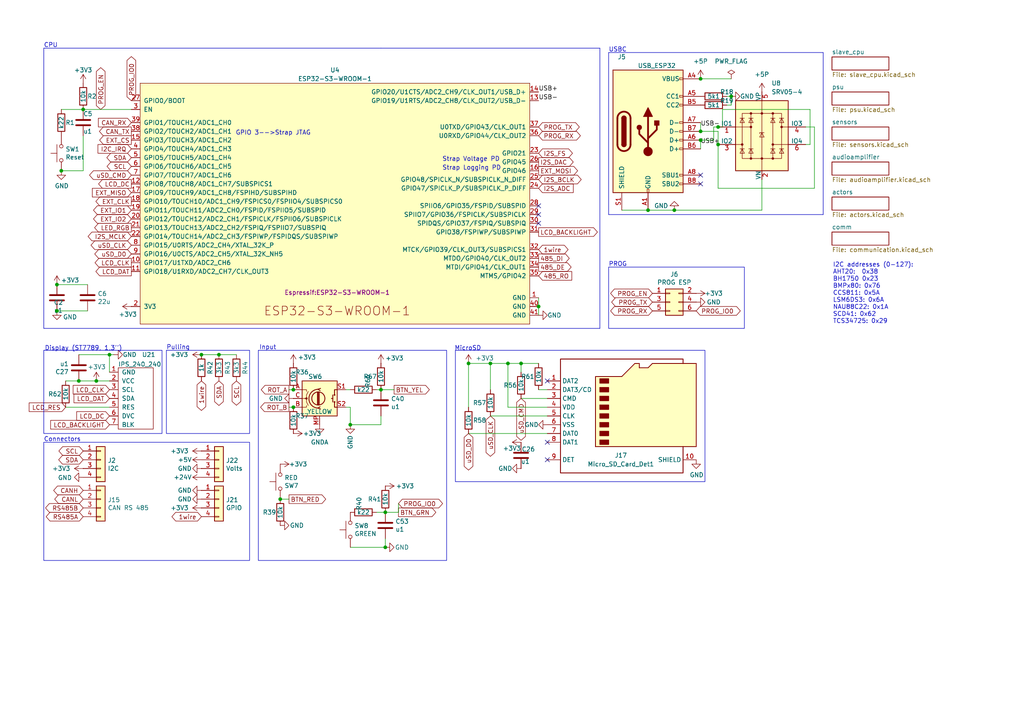
<source format=kicad_sch>
(kicad_sch (version 20231120) (generator "eeschema") (generator_version "8.0")
  (paper "A4")
  (title_block (title "lab@home") (date "2024-08-19") (rev "15.1") (company "Klaus Liebler"))
  (lib_symbols
    (symbol "Connector:Micro_SD_Card_Det1"
      (property "Reference" "J" (at -16.51 17.78 0))
      (property "Value" "Micro_SD_Card_Det1" (at 16.51 17.78 0))
      (symbol "Micro_SD_Card_Det1_1_1"
        (pin bidirectional line (at -22.86 10.16 0) (length 3.81) (name "DAT2") (number "1"))
        (pin passive line (at 20.32 -12.7 180) (length 3.81) (name "SHIELD") (number "10"))
        (pin bidirectional line (at -22.86 7.62 0) (length 3.81) (name "DAT3/CD") (number "2"))
        (pin input line (at -22.86 5.08 0) (length 3.81) (name "CMD") (number "3"))
        (pin power_in line (at -22.86 2.54 0) (length 3.81) (name "VDD") (number "4"))
        (pin input line (at -22.86 0 0) (length 3.81) (name "CLK") (number "5"))
        (pin power_in line (at -22.86 -2.54 0) (length 3.81) (name "VSS") (number "6"))
        (pin bidirectional line (at -22.86 -5.08 0) (length 3.81) (name "DAT0") (number "7"))
        (pin bidirectional line (at -22.86 -7.62 0) (length 3.81) (name "DAT1") (number "8"))
        (pin passive line (at -22.86 -12.7 0) (length 3.81) (name "DET") (number "9"))
      )
    )
    (symbol "Connector:USB_C_Receptacle_USB2.0_16P" (pin_names (offset 1.016))
      (property "Reference" "J" (at 0 22.225 0))
      (property "Value" "USB_C_Receptacle_USB2.0_16P" (at 0 19.685 0))
      (symbol "USB_C_Receptacle_USB2.0_16P_1_1"
        (pin passive line (at 0 -22.86 90) (length 5.08) (name "GND") (number "A1"))
        (pin passive line (at 0 -22.86 90) (length 5.08) hide (name "GND") (number "A12"))
        (pin passive line (at 15.24 15.24 180) (length 5.08) (name "VBUS") (number "A4"))
        (pin bidirectional line (at 15.24 10.16 180) (length 5.08) (name "CC1") (number "A5"))
        (pin bidirectional line (at 15.24 -2.54 180) (length 5.08) (name "D+") (number "A6"))
        (pin bidirectional line (at 15.24 2.54 180) (length 5.08) (name "D-") (number "A7"))
        (pin bidirectional line (at 15.24 -12.7 180) (length 5.08) (name "SBU1") (number "A8"))
        (pin passive line (at 15.24 15.24 180) (length 5.08) hide (name "VBUS") (number "A9"))
        (pin passive line (at 0 -22.86 90) (length 5.08) hide (name "GND") (number "B1"))
        (pin passive line (at 0 -22.86 90) (length 5.08) hide (name "GND") (number "B12"))
        (pin passive line (at 15.24 15.24 180) (length 5.08) hide (name "VBUS") (number "B4"))
        (pin bidirectional line (at 15.24 7.62 180) (length 5.08) (name "CC2") (number "B5"))
        (pin bidirectional line (at 15.24 -5.08 180) (length 5.08) (name "D+") (number "B6"))
        (pin bidirectional line (at 15.24 0 180) (length 5.08) (name "D-") (number "B7"))
        (pin bidirectional line (at 15.24 -15.24 180) (length 5.08) (name "SBU2") (number "B8"))
        (pin passive line (at 15.24 15.24 180) (length 5.08) hide (name "VBUS") (number "B9"))
        (pin passive line (at -7.62 -22.86 90) (length 5.08) (name "SHIELD") (number "S1"))
      )
    )
    (symbol "Connector_Generic:Conn_01x04" (pin_names (offset 1.016) hide)
      (property "Reference" "J" (at 0 5.08 0))
      (property "Value" "Conn_01x04" (at 0 -7.62 0))
      (symbol "Conn_01x04_1_1"
        (pin passive line (at -5.08 2.54 0) (length 3.81) (name "Pin_1") (number "1"))
        (pin passive line (at -5.08 0 0) (length 3.81) (name "Pin_2") (number "2"))
        (pin passive line (at -5.08 -2.54 0) (length 3.81) (name "Pin_3") (number "3"))
        (pin passive line (at -5.08 -5.08 0) (length 3.81) (name "Pin_4") (number "4"))
      )
    )
    (symbol "Connector_Generic:Conn_02x03_Odd_Even" (pin_names (offset 1.016) hide)
      (property "Reference" "J" (at 1.27 5.08 0))
      (property "Value" "Conn_02x03_Odd_Even" (at 1.27 -5.08 0))
      (symbol "Conn_02x03_Odd_Even_1_1"
        (pin passive line (at -5.08 2.54 0) (length 3.81) (name "Pin_1") (number "1"))
        (pin passive line (at 7.62 2.54 180) (length 3.81) (name "Pin_2") (number "2"))
        (pin passive line (at -5.08 0 0) (length 3.81) (name "Pin_3") (number "3"))
        (pin passive line (at 7.62 0 180) (length 3.81) (name "Pin_4") (number "4"))
        (pin passive line (at -5.08 -2.54 0) (length 3.81) (name "Pin_5") (number "5"))
        (pin passive line (at 7.62 -2.54 180) (length 3.81) (name "Pin_6") (number "6"))
      )
    )
    (symbol "Device:C" (pin_numbers hide) (pin_names (offset 0.254))
      (property "Reference" "C" (at 0.635 2.54 0))
      (property "Value" "C" (at 0.635 -2.54 0))
      (symbol "C_1_1"
        (pin passive line (at 0 3.81 270) (length 2.794) (name "~") (number "1"))
        (pin passive line (at 0 -3.81 90) (length 2.794) (name "~") (number "2"))
      )
    )
    (symbol "Device:R" (pin_numbers hide) (pin_names (offset 0))
      (property "Reference" "R" (at 2.032 0 90))
      (property "Value" "R" (at 0 0 90))
      (symbol "R_1_1"
        (pin passive line (at 0 3.81 270) (length 1.27) (name "~") (number "1"))
        (pin passive line (at 0 -3.81 90) (length 1.27) (name "~") (number "2"))
      )
    )
    (symbol "Device:RotaryEncoder_Switch_MP" (pin_names (offset 0.254) hide)
      (property "Reference" "SW" (at 0 8.89 0))
      (property "Value" "RotaryEncoder_Switch_MP" (at 0 6.35 0))
      (symbol "RotaryEncoder_Switch_MP_1_1"
        (pin passive line (at -7.62 2.54 0) (length 2.54) (name "A") (number "A"))
        (pin passive line (at -7.62 -2.54 0) (length 2.54) (name "B") (number "B"))
        (pin passive line (at -7.62 0 0) (length 2.54) (name "C") (number "C"))
        (pin passive line (at 0 -7.62 90) (length 2.54) (name "MP") (number "MP"))
        (pin passive line (at 7.62 2.54 180) (length 2.54) (name "S1") (number "S1"))
        (pin passive line (at 7.62 -2.54 180) (length 2.54) (name "S2") (number "S2"))
      )
    )
    (symbol "Espressif:ESP32-S3-WROOM-1" (pin_names (offset 1.016))
      (property "Reference" "U" (at 0 35.56 0))
      (property "Value" "ESP32-S3-WROOM-1" (at 0 -36.83 0))
      (symbol "ESP32-S3-WROOM-1_0_0"
        (text "ESP32-S3-WROOM-1" (at 0 -31.75 0) (effects (font (size 2.54 2.54))))
        (pin power_in line (at 58.42 -27.94 180) (length 2.54) (name "GND") (number "1"))
        (pin bidirectional line (at -59.69 -17.78 0) (length 2.54) (name "GPIO17/U1TXD/ADC2_CH6") (number "10"))
        (pin bidirectional line (at -59.69 -20.32 0) (length 2.54) (name "GPIO18/U1RXD/ADC2_CH7/CLK_OUT3") (number "11"))
        (pin bidirectional line (at -59.69 5.08 0) (length 2.54) (name "GPIO8/TOUCH8/ADC1_CH7/SUBSPICS1") (number "12"))
        (pin bidirectional line (at 58.42 29.21 180) (length 2.54) (name "GPIO19/U1RTS/ADC2_CH8/CLK_OUT2/USB_D-") (number "13"))
        (pin bidirectional line (at 58.42 31.75 180) (length 2.54) (name "GPIO20/U1CTS/ADC2_CH9/CLK_OUT1/USB_D+") (number "14"))
        (pin bidirectional line (at -59.69 17.78 0) (length 2.54) (name "GPIO3/TOUCH3/ADC1_CH2") (number "15"))
        (pin bidirectional line (at 58.42 8.89 180) (length 2.54) (name "GPIO46") (number "16"))
        (pin bidirectional line (at -59.69 2.54 0) (length 2.54) (name "GPIO9/TOUCH9/ADC1_CH8/FSPIHD/SUBSPIHD") (number "17"))
        (pin bidirectional line (at -59.69 0 0) (length 2.54) (name "GPIO10/TOUCH10/ADC1_CH9/FSPICS0/FSPIIO4/SUBSPICS0") (number "18"))
        (pin bidirectional line (at -59.69 -2.54 0) (length 2.54) (name "GPIO11/TOUCH11/ADC2_CH0/FSPID/FSPIIO5/SUBSPID") (number "19"))
        (pin power_in line (at -59.69 -30.48 0) (length 2.54) (name "3V3") (number "2"))
        (pin bidirectional line (at -59.69 -5.08 0) (length 2.54) (name "GPIO12/TOUCH12/ADC2_CH1/FSPICLK/FSPIIO6/SUBSPICLK") (number "20"))
        (pin bidirectional line (at -59.69 -7.62 0) (length 2.54) (name "GPIO13/TOUCH13/ADC2_CH2/FSPIQ/FSPIIO7/SUBSPIQ") (number "21"))
        (pin bidirectional line (at -59.69 -10.16 0) (length 2.54) (name "GPIO14/TOUCH14/ADC2_CH3/FSPIWP/FSPIDQS/SUBSPIWP") (number "22"))
        (pin bidirectional line (at 58.42 13.97 180) (length 2.54) (name "GPIO21") (number "23"))
        (pin bidirectional line (at 58.42 3.81 180) (length 2.54) (name "GPIO47/SPICLK_P/SUBSPICLK_P_DIFF") (number "24"))
        (pin bidirectional line (at 58.42 6.35 180) (length 2.54) (name "GPIO48/SPICLK_N/SUBSPICLK_N_DIFF") (number "25"))
        (pin bidirectional line (at 58.42 11.43 180) (length 2.54) (name "GPIO45") (number "26"))
        (pin bidirectional line (at -59.69 29.21 0) (length 2.54) (name "GPIO0/BOOT") (number "27"))
        (pin bidirectional line (at 58.42 -1.27 180) (length 2.54) (name "SPIIO6/GPIO35/FSPID/SUBSPID") (number "28"))
        (pin bidirectional line (at 58.42 -3.81 180) (length 2.54) (name "SPIIO7/GPIO36/FSPICLK/SUBSPICLK") (number "29"))
        (pin input line (at -59.69 26.67 0) (length 2.54) (name "EN") (number "3"))
        (pin bidirectional line (at 58.42 -6.35 180) (length 2.54) (name "SPIDQS/GPIO37/FSPIQ/SUBSPIQ") (number "30"))
        (pin bidirectional line (at 58.42 -8.89 180) (length 2.54) (name "GPIO38/FSPIWP/SUBSPIWP") (number "31"))
        (pin bidirectional line (at 58.42 -13.97 180) (length 2.54) (name "MTCK/GPIO39/CLK_OUT3/SUBSPICS1") (number "32"))
        (pin bidirectional line (at 58.42 -16.51 180) (length 2.54) (name "MTDO/GPIO40/CLK_OUT2") (number "33"))
        (pin bidirectional line (at 58.42 -19.05 180) (length 2.54) (name "MTDI/GPIO41/CLK_OUT1") (number "34"))
        (pin bidirectional line (at 58.42 -21.59 180) (length 2.54) (name "MTMS/GPIO42") (number "35"))
        (pin bidirectional line (at 58.42 19.05 180) (length 2.54) (name "U0RXD/GPIO44/CLK_OUT2") (number "36"))
        (pin bidirectional line (at 58.42 21.59 180) (length 2.54) (name "U0TXD/GPIO43/CLK_OUT1") (number "37"))
        (pin bidirectional line (at -59.69 20.32 0) (length 2.54) (name "GPIO2/TOUCH2/ADC1_CH1") (number "38"))
        (pin bidirectional line (at -59.69 22.86 0) (length 2.54) (name "GPIO1/TOUCH1/ADC1_CH0") (number "39"))
        (pin bidirectional line (at -59.69 15.24 0) (length 2.54) (name "GPIO4/TOUCH4/ADC1_CH3") (number "4"))
        (pin power_in line (at 58.42 -30.48 180) (length 2.54) (name "GND") (number "40"))
        (pin power_in line (at 58.42 -33.02 180) (length 2.54) (name "GND") (number "41"))
        (pin bidirectional line (at -59.69 12.7 0) (length 2.54) (name "GPIO5/TOUCH5/ADC1_CH4") (number "5"))
        (pin bidirectional line (at -59.69 10.16 0) (length 2.54) (name "GPIO6/TOUCH6/ADC1_CH5") (number "6"))
        (pin bidirectional line (at -59.69 7.62 0) (length 2.54) (name "GPIO7/TOUCH7/ADC1_CH6") (number "7"))
        (pin bidirectional line (at -59.69 -12.7 0) (length 2.54) (name "GPIO15/U0RTS/ADC2_CH4/XTAL_32K_P") (number "8"))
        (pin bidirectional line (at -59.69 -15.24 0) (length 2.54) (name "GPIO16/U0CTS/ADC2_CH5/XTAL_32K_NH5") (number "9"))
      )
    )
    (symbol "Power_Protection:SRV05-4" (pin_names (offset 0))
      (property "Reference" "U" (at -5.08 11.43 0))
      (property "Value" "SRV05-4" (at 2.54 11.43 0))
      (symbol "SRV05-4_1_1"
        (pin passive line (at -12.7 2.54 0) (length 5.08) (name "IO1") (number "1"))
        (pin passive line (at 0 -12.7 90) (length 2.54) (name "VN") (number "2"))
        (pin passive line (at -12.7 -2.54 0) (length 5.08) (name "IO2") (number "3"))
        (pin passive line (at 12.7 2.54 180) (length 5.08) (name "IO3") (number "4"))
        (pin passive line (at 0 12.7 270) (length 2.54) (name "VP") (number "5"))
        (pin passive line (at 12.7 -2.54 180) (length 5.08) (name "IO4") (number "6"))
      )
    )
    (symbol "Switch:SW_Push" (pin_numbers hide) (pin_names (offset 1.016) hide)
      (property "Reference" "SW" (at 1.27 2.54 0))
      (property "Value" "SW_Push" (at 0 -1.524 0))
      (symbol "SW_Push_0_1"
        (pin passive line (at -5.08 0 0) (length 2.54) (name "1") (number "1"))
        (pin passive line (at 5.08 0 180) (length 2.54) (name "2") (number "2"))
      )
    )
    (symbol "liebler_OPTO:IPS_240_240" (pin_names (offset 1.016))
      (property "Reference" "U" (at -5.08 7.62 0))
      (property "Value" "IPS_240_240" (at -5.08 5.08 0))
      (symbol "IPS_240_240_1_1"
        (pin power_in line (at -7.62 2.54 0) (length 2.54) (name "GND") (number "1"))
        (pin power_in line (at -7.62 0 0) (length 2.54) (name "VCC") (number "2"))
        (pin input line (at -7.62 -2.54 0) (length 2.54) (name "SCL") (number "3"))
        (pin input line (at -7.62 -5.08 0) (length 2.54) (name "SDA") (number "4"))
        (pin input line (at -7.62 -7.62 0) (length 2.54) (name "RES") (number "5"))
        (pin input line (at -7.62 -10.16 0) (length 2.54) (name "DVC") (number "6"))
        (pin input line (at -7.62 -12.7 0) (length 2.54) (name "BLK") (number "7"))
      )
    )
    (symbol "power:+24V" (power) (pin_numbers hide) (pin_names (offset 0) hide)
      (property "Value" "+24V" (at 0 3.556 0))
      (symbol "+24V_1_1"
        (pin power_in line (at 0 0 90) (length 0) (name "~") (number "1"))
      )
    )
    (symbol "power:+3V3" (power) (pin_numbers hide) (pin_names (offset 0) hide)
      (property "Value" "+3V3" (at 0 3.556 0))
      (symbol "+3V3_1_1"
        (pin power_in line (at 0 0 90) (length 0) (name "~") (number "1"))
      )
    )
    (symbol "power:+5P" (power) (pin_numbers hide) (pin_names (offset 0) hide)
      (property "Value" "+5P" (at 0 3.556 0))
      (symbol "+5P_1_1"
        (pin power_in line (at 0 0 90) (length 0) (name "~") (number "1"))
      )
    )
    (symbol "power:+5V" (power) (pin_numbers hide) (pin_names (offset 0) hide)
      (property "Value" "+5V" (at 0 3.556 0))
      (symbol "+5V_1_1"
        (pin power_in line (at 0 0 90) (length 0) (name "~") (number "1"))
      )
    )
    (symbol "power:GND" (power) (pin_numbers hide) (pin_names (offset 0) hide)
      (property "Value" "GND" (at 0 -3.81 0))
      (symbol "GND_1_1"
        (pin power_in line (at 0 0 270) (length 0) (name "~") (number "1"))
      )
    )
    (symbol "power:GNDA" (power) (pin_numbers hide) (pin_names (offset 0) hide)
      (property "Value" "GNDA" (at 0 -3.81 0))
      (symbol "GNDA_1_1"
        (pin power_in line (at 0 0 270) (length 0) (name "~") (number "1"))
      )
    )
    (symbol "power:PWR_FLAG" (power) (pin_numbers hide) (pin_names (offset 0) hide)
      (property "Value" "PWR_FLAG" (at 0 3.81 0))
      (symbol "PWR_FLAG_0_0"
        (pin power_out line (at 0 0 90) (length 0) (name "~") (number "1"))
      )
    )
  )
  (junction (at 16.51 82.55))
  (junction (at 203.2 40.64))
  (junction (at 17.78 49.53))
  (junction (at 111.76 148.59))
  (junction (at 156.21 88.9))
  (junction (at 208.28 36.83))
  (junction (at 16.51 90.17))
  (junction (at 81.28 144.78))
  (junction (at 63.5 102.87))
  (junction (at 31.75 102.87))
  (junction (at 212.09 27.94))
  (junction (at 187.96 60.96))
  (junction (at 195.58 60.96))
  (junction (at 101.6 123.19))
  (junction (at 203.2 38.1))
  (junction (at 208.28 41.91))
  (junction (at 142.24 105.41))
  (junction (at 24.13 31.75))
  (junction (at 203.2 22.86))
  (junction (at 151.13 105.41))
  (junction (at 110.49 113.03))
  (junction (at 147.32 105.41))
  (junction (at 85.09 113.03))
  (junction (at 85.09 118.11))
  (junction (at 111.76 158.75))
  (junction (at 27.94 110.49))
  (junction (at 22.86 110.49))
  (junction (at 58.42 102.87))
  (junction (at 135.89 105.41))
  (no_connect (at 156.21 62.23))
  (no_connect (at 158.75 110.49))
  (no_connect (at 156.21 59.69))
  (no_connect (at 156.21 64.77))
  (no_connect (at 158.75 128.27))
  (no_connect (at 203.2 53.34))
  (no_connect (at 158.75 133.35))
  (no_connect (at 203.2 50.8))
  (polyline (pts (xy 12.7 13.97) (xy 12.7 95.25)))
  (wire (pts (xy 109.22 113.03) (xy 110.49 113.03)))
  (wire (pts (xy 31.75 102.87) (xy 33.02 102.87)))
  (wire (pts (xy 234.95 41.91) (xy 233.68 41.91)))
  (wire (pts (xy 180.34 60.96) (xy 187.96 60.96)))
  (wire (pts (xy 151.13 115.57) (xy 158.75 115.57)))
  (wire (pts (xy 142.24 113.03) (xy 142.24 105.41)))
  (wire (pts (xy 63.5 102.87) (xy 68.58 102.87)))
  (wire (pts (xy 19.05 110.49) (xy 22.86 110.49)))
  (wire (pts (xy 203.2 40.64) (xy 207.01 40.64)))
  (wire (pts (xy 135.89 105.41) (xy 142.24 105.41)))
  (wire (pts (xy 17.78 31.75) (xy 24.13 31.75)))
  (wire (pts (xy 220.98 52.07) (xy 220.98 60.96)))
  (wire (pts (xy 151.13 105.41) (xy 151.13 107.95)))
  (polyline (pts (xy 173.99 13.97) (xy 173.99 95.25)))
  (wire (pts (xy 101.6 118.11) (xy 100.33 118.11)))
  (wire (pts (xy 25.4 82.55) (xy 16.51 82.55)))
  (wire (pts (xy 147.32 118.11) (xy 147.32 105.41)))
  (wire (pts (xy 208.28 36.83) (xy 209.55 36.83)))
  (wire (pts (xy 147.32 118.11) (xy 158.75 118.11)))
  (wire (pts (xy 151.13 105.41) (xy 156.21 105.41)))
  (wire (pts (xy 212.09 27.94) (xy 212.09 30.48)))
  (wire (pts (xy 85.09 113.03) (xy 83.82 113.03)))
  (wire (pts (xy 24.13 31.75) (xy 38.1 31.75)))
  (wire (pts (xy 195.58 60.96) (xy 220.98 60.96)))
  (wire (pts (xy 212.09 30.48) (xy 210.82 30.48)))
  (wire (pts (xy 203.2 40.64) (xy 203.2 43.18)))
  (wire (pts (xy 209.55 31.75) (xy 234.95 31.75)))
  (wire (pts (xy 22.86 102.87) (xy 31.75 102.87)))
  (wire (pts (xy 234.95 31.75) (xy 234.95 41.91)))
  (wire (pts (xy 209.55 36.83) (xy 209.55 31.75)))
  (wire (pts (xy 142.24 120.65) (xy 158.75 120.65)))
  (wire (pts (xy 22.86 110.49) (xy 27.94 110.49)))
  (wire (pts (xy 85.09 118.11) (xy 83.82 118.11)))
  (wire (pts (xy 100.33 113.03) (xy 101.6 113.03)))
  (wire (pts (xy 156.21 86.36) (xy 156.21 88.9)))
  (wire (pts (xy 19.05 118.11) (xy 31.75 118.11)))
  (polyline (pts (xy 238.76 15.24) (xy 238.76 62.23)))
  (wire (pts (xy 24.13 39.37) (xy 24.13 49.53)))
  (wire (pts (xy 208.28 54.61) (xy 236.22 54.61)))
  (polyline (pts (xy 110.49 13.97) (xy 173.99 13.97)))
  (wire (pts (xy 110.49 113.03) (xy 114.3 113.03)))
  (wire (pts (xy 25.4 90.17) (xy 16.51 90.17)))
  (wire (pts (xy 156.21 88.9) (xy 156.21 91.44)))
  (wire (pts (xy 208.28 38.1) (xy 208.28 41.91)))
  (polyline (pts (xy 238.76 62.23) (xy 176.53 62.23)))
  (wire (pts (xy 156.21 113.03) (xy 158.75 113.03)))
  (wire (pts (xy 236.22 36.83) (xy 233.68 36.83)))
  (polyline (pts (xy 12.7 13.97) (xy 110.49 13.97)))
  (wire (pts (xy 101.6 158.75) (xy 111.76 158.75)))
  (polyline (pts (xy 12.7 95.25) (xy 173.99 95.25)))
  (wire (pts (xy 207.01 40.64) (xy 207.01 36.83)))
  (wire (pts (xy 207.01 36.83) (xy 208.28 36.83)))
  (polyline (pts (xy 12.7 13.97) (xy 12.7 13.97)))
  (wire (pts (xy 111.76 156.21) (xy 111.76 158.75)))
  (wire (pts (xy 111.76 148.59) (xy 115.57 148.59)))
  (wire (pts (xy 109.22 148.59) (xy 111.76 148.59)))
  (wire (pts (xy 187.96 60.96) (xy 195.58 60.96)))
  (polyline (pts (xy 176.53 15.24) (xy 238.76 15.24)))
  (wire (pts (xy 135.89 118.11) (xy 135.89 105.41)))
  (wire (pts (xy 24.13 49.53) (xy 17.78 49.53)))
  (wire (pts (xy 110.49 120.65) (xy 110.49 123.19)))
  (wire (pts (xy 101.6 118.11) (xy 101.6 123.19)))
  (wire (pts (xy 203.2 38.1) (xy 208.28 38.1)))
  (wire (pts (xy 208.28 41.91) (xy 208.28 54.61)))
  (wire (pts (xy 81.28 144.78) (xy 83.82 144.78)))
  (wire (pts (xy 203.2 22.86) (xy 212.09 22.86)))
  (wire (pts (xy 147.32 105.41) (xy 151.13 105.41)))
  (wire (pts (xy 210.82 27.94) (xy 212.09 27.94)))
  (wire (pts (xy 101.6 123.19) (xy 110.49 123.19)))
  (wire (pts (xy 31.75 102.87) (xy 31.75 107.95)))
  (wire (pts (xy 142.24 105.41) (xy 147.32 105.41)))
  (polyline (pts (xy 176.53 15.24) (xy 176.53 62.23)))
  (wire (pts (xy 236.22 54.61) (xy 236.22 36.83)))
  (wire (pts (xy 115.57 146.05) (xy 115.57 148.59)))
  (wire (pts (xy 27.94 110.49) (xy 31.75 110.49)))
  (wire (pts (xy 135.89 125.73) (xy 158.75 125.73)))
  (wire (pts (xy 203.2 35.56) (xy 203.2 38.1)))
  (wire (pts (xy 58.42 102.87) (xy 63.5 102.87)))
  (rectangle (start 176.53 77.47) (end 215.9 95.25))
  (rectangle (start 74.93 101.6) (end 129.54 162.56))
  (rectangle (start 12.7 128.27) (end 72.39 162.56))
  (rectangle (start 12.7 101.6) (end 46.99 125.73))
  (rectangle (start 48.26 101.6) (end 72.39 125.73))
  (rectangle (start 132.08 101.6) (end 204.47 139.7))
  (text "USBC" (at 176.53 15.24 0) (effects (font (size 1.27 1.27)) (justify left bottom)))
  (text "Connectors" (at 12.7 128.27 0) (effects (font (size 1.27 1.27)) (justify left bottom)))
  (text "I2C addresses (0-127):\nAHT20:  0x38\nBH1750 0x23\nBMPx80: 0x76\nCCS811: 0x5A\nLSM6DS3: 0x6A\nNAU88C22: 0x1A\nSCD41: 0x62\nTCS34725: 0x29\n" (at 241.554 85.09 0) (effects (font (size 1.27 1.27)) (justify left)))
  (text "Pulling" (at 48.26 101.6 0) (effects (font (size 1.27 1.27)) (justify left bottom)))
  (text "GPIO 3-->Strap JTAG" (at 68.326 39.37 0) (effects (font (size 1.27 1.27)) (justify left bottom)))
  (text "Strap Logging PD" (at 128.27 49.53 0) (effects (font (size 1.27 1.27)) (justify left bottom)))
  (text "Input" (at 75.184 101.6 0) (effects (font (size 1.27 1.27)) (justify left bottom)))
  (text "Strap Voltage PD" (at 128.27 46.99 0) (effects (font (size 1.27 1.27)) (justify left bottom)))
  (text "MicroSD" (at 131.826 101.854 0) (effects (font (size 1.27 1.27)) (justify left bottom)))
  (text "CPU" (at 12.7 13.97 0) (effects (font (size 1.27 1.27)) (justify left bottom)))
  (text "PROG" (at 176.53 77.47 0) (effects (font (size 1.27 1.27)) (justify left bottom)))
  (text "Display (ST7789, 1,3'')" (at 12.954 101.854 0) (effects (font (size 1.27 1.27)) (justify left bottom)))
  (label "USB+" (at 156.21 26.67 0))
  (label "USB+" (at 203.2 41.91 0))
  (label "USB-" (at 156.21 29.21 0))
  (label "USB-" (at 203.2 36.83 0))
  (global_label "uSD_CLK" (shape bidirectional) (at 38.1 71.12 180) (property "Intersheetrefs" "${INTERSHEET_REFS}" (effects (hide yes))))
  (global_label "EXT_IO2" (shape bidirectional) (at 38.1 63.5 180) (property "Intersheetrefs" "${INTERSHEET_REFS}" (effects (hide yes))))
  (global_label "1wire" (shape bidirectional) (at 58.42 110.49 270) (property "Intersheetrefs" "${INTERSHEET_REFS}" (effects (hide yes))))
  (global_label "485_DI" (shape output) (at 156.21 74.93 0) (property "Intersheetrefs" "${INTERSHEET_REFS}" (effects (hide yes))))
  (global_label "SCL" (shape bidirectional) (at 68.58 110.49 270) (property "Intersheetrefs" "${INTERSHEET_REFS}" (effects (hide yes))))
  (global_label "SDA" (shape bidirectional) (at 63.5 110.49 270) (property "Intersheetrefs" "${INTERSHEET_REFS}" (effects (hide yes))))
  (global_label "I2S_DAC" (shape output) (at 156.21 46.99 0) (property "Intersheetrefs" "${INTERSHEET_REFS}" (effects (hide yes))))
  (global_label "I2S_BCLK" (shape bidirectional) (at 156.21 52.07 0) (property "Intersheetrefs" "${INTERSHEET_REFS}" (effects (hide yes))))
  (global_label "RS485B" (shape bidirectional) (at 24.13 147.32 180) (property "Intersheetrefs" "${INTERSHEET_REFS}" (effects (hide yes))))
  (global_label "SCL" (shape bidirectional) (at 24.13 130.81 180) (property "Intersheetrefs" "${INTERSHEET_REFS}" (effects (hide yes))))
  (global_label "LCD_DC" (shape output) (at 38.1 53.34 180) (property "Intersheetrefs" "${INTERSHEET_REFS}" (effects (hide yes))))
  (global_label "CAN_TX" (shape output) (at 38.1 38.1 180) (property "Intersheetrefs" "${INTERSHEET_REFS}" (effects (hide yes))))
  (global_label "485_RO" (shape input) (at 156.21 80.01 0) (property "Intersheetrefs" "${INTERSHEET_REFS}" (effects (hide yes))))
  (global_label "PROG_TX" (shape bidirectional) (at 189.23 87.63 180) (property "Intersheetrefs" "${INTERSHEET_REFS}" (effects (hide yes))))
  (global_label "LCD_BACKLIGHT" (shape output) (at 156.21 67.31 0) (property "Intersheetrefs" "${INTERSHEET_REFS}" (effects (hide yes))))
  (global_label "uSD_D0" (shape bidirectional) (at 38.1 73.66 180) (property "Intersheetrefs" "${INTERSHEET_REFS}" (effects (hide yes))))
  (global_label "CANL" (shape bidirectional) (at 24.13 144.78 180) (property "Intersheetrefs" "${INTERSHEET_REFS}" (effects (hide yes))))
  (global_label "PROG_IO0" (shape bidirectional) (at 201.93 90.17 0) (property "Intersheetrefs" "${INTERSHEET_REFS}" (effects (hide yes))))
  (global_label "PROG_IO0" (shape bidirectional) (at 115.57 146.05 0) (property "Intersheetrefs" "${INTERSHEET_REFS}" (effects (hide yes))))
  (global_label "uSD_CMD" (shape bidirectional) (at 151.13 115.57 270) (property "Intersheetrefs" "${INTERSHEET_REFS}" (effects (hide yes))))
  (global_label "LCD_BACKLIGHT" (shape input) (at 31.75 123.19 180) (property "Intersheetrefs" "${INTERSHEET_REFS}" (effects (hide yes))))
  (global_label "uSD_CLK" (shape bidirectional) (at 142.24 120.65 270) (property "Intersheetrefs" "${INTERSHEET_REFS}" (effects (hide yes))))
  (global_label "RS485A" (shape bidirectional) (at 24.13 149.86 180) (property "Intersheetrefs" "${INTERSHEET_REFS}" (effects (hide yes))))
  (global_label "BTN_GRN" (shape output) (at 115.57 148.59 0) (property "Intersheetrefs" "${INTERSHEET_REFS}" (effects (hide yes))))
  (global_label "LED_RGB" (shape output) (at 38.1 66.04 180) (property "Intersheetrefs" "${INTERSHEET_REFS}" (effects (hide yes))))
  (global_label "CAN_RX" (shape input) (at 38.1 35.56 180) (property "Intersheetrefs" "${INTERSHEET_REFS}" (effects (hide yes))))
  (global_label "ROT_B" (shape output) (at 83.82 118.11 180) (property "Intersheetrefs" "${INTERSHEET_REFS}" (effects (hide yes))))
  (global_label "1wire" (shape bidirectional) (at 156.21 72.39 0) (property "Intersheetrefs" "${INTERSHEET_REFS}" (effects (hide yes))))
  (global_label "EXT_CLK" (shape output) (at 38.1 58.42 180) (property "Intersheetrefs" "${INTERSHEET_REFS}" (effects (hide yes))))
  (global_label "uSD_D0" (shape bidirectional) (at 135.89 125.73 270) (property "Intersheetrefs" "${INTERSHEET_REFS}" (effects (hide yes))))
  (global_label "SDA" (shape bidirectional) (at 24.13 133.35 180) (property "Intersheetrefs" "${INTERSHEET_REFS}" (effects (hide yes))))
  (global_label "I2C_IRQ" (shape input) (at 38.1 43.18 180) (property "Intersheetrefs" "${INTERSHEET_REFS}" (effects (hide yes))))
  (global_label "uSD_CMD" (shape bidirectional) (at 38.1 50.8 180) (property "Intersheetrefs" "${INTERSHEET_REFS}" (effects (hide yes))))
  (global_label "I2S_FS" (shape bidirectional) (at 156.21 44.45 0) (property "Intersheetrefs" "${INTERSHEET_REFS}" (effects (hide yes))))
  (global_label "SDA" (shape bidirectional) (at 38.1 45.72 180) (property "Intersheetrefs" "${INTERSHEET_REFS}" (effects (hide yes))))
  (global_label "EXT_MISO" (shape input) (at 38.1 55.88 180) (property "Intersheetrefs" "${INTERSHEET_REFS}" (effects (hide yes))))
  (global_label "PROG_RX" (shape bidirectional) (at 189.23 90.17 180) (property "Intersheetrefs" "${INTERSHEET_REFS}" (effects (hide yes))))
  (global_label "LCD_DAT" (shape output) (at 38.1 78.74 180) (property "Intersheetrefs" "${INTERSHEET_REFS}" (effects (hide yes))))
  (global_label "PROG_RX" (shape bidirectional) (at 156.21 39.37 0) (property "Intersheetrefs" "${INTERSHEET_REFS}" (effects (hide yes))))
  (global_label "BTN_RED" (shape output) (at 83.82 144.78 0) (property "Intersheetrefs" "${INTERSHEET_REFS}" (effects (hide yes))))
  (global_label "I2S_MCLK" (shape bidirectional) (at 38.1 68.58 180) (property "Intersheetrefs" "${INTERSHEET_REFS}" (effects (hide yes))))
  (global_label "EXT_IO1" (shape bidirectional) (at 38.1 60.96 180) (property "Intersheetrefs" "${INTERSHEET_REFS}" (effects (hide yes))))
  (global_label "SCL" (shape bidirectional) (at 38.1 48.26 180) (property "Intersheetrefs" "${INTERSHEET_REFS}" (effects (hide yes))))
  (global_label "PROG_IO0" (shape bidirectional) (at 38.1 29.21 90) (property "Intersheetrefs" "${INTERSHEET_REFS}" (effects (hide yes))))
  (global_label "I2S_ADC" (shape input) (at 156.21 54.61 0) (property "Intersheetrefs" "${INTERSHEET_REFS}" (effects (hide yes))))
  (global_label "LCD_CLK" (shape output) (at 38.1 76.2 180) (property "Intersheetrefs" "${INTERSHEET_REFS}" (effects (hide yes))))
  (global_label "PROG_TX" (shape bidirectional) (at 156.21 36.83 0) (property "Intersheetrefs" "${INTERSHEET_REFS}" (effects (hide yes))))
  (global_label "PROG_EN" (shape bidirectional) (at 29.21 31.75 90) (property "Intersheetrefs" "${INTERSHEET_REFS}" (effects (hide yes))))
  (global_label "EXT_CS" (shape output) (at 38.1 40.64 180) (property "Intersheetrefs" "${INTERSHEET_REFS}" (effects (hide yes))))
  (global_label "485_DE" (shape output) (at 156.21 77.47 0) (property "Intersheetrefs" "${INTERSHEET_REFS}" (effects (hide yes))))
  (global_label "LCD_CLK" (shape input) (at 31.75 113.03 180) (property "Intersheetrefs" "${INTERSHEET_REFS}" (effects (hide yes))))
  (global_label "EXT_MOSI" (shape output) (at 156.21 49.53 0) (property "Intersheetrefs" "${INTERSHEET_REFS}" (effects (hide yes))))
  (global_label "1wire" (shape bidirectional) (at 58.42 149.86 180) (property "Intersheetrefs" "${INTERSHEET_REFS}" (effects (hide yes))))
  (global_label "ROT_A" (shape output) (at 83.82 113.03 180) (property "Intersheetrefs" "${INTERSHEET_REFS}" (effects (hide yes))))
  (global_label "BTN_YEL" (shape output) (at 114.3 113.03 0) (property "Intersheetrefs" "${INTERSHEET_REFS}" (effects (hide yes))))
  (global_label "LCD_DC" (shape input) (at 31.75 120.65 180) (property "Intersheetrefs" "${INTERSHEET_REFS}" (effects (hide yes))))
  (global_label "CANH" (shape bidirectional) (at 24.13 142.24 180) (property "Intersheetrefs" "${INTERSHEET_REFS}" (effects (hide yes))))
  (global_label "PROG_EN" (shape bidirectional) (at 189.23 85.09 180) (property "Intersheetrefs" "${INTERSHEET_REFS}" (effects (hide yes))))
  (global_label "LCD_RES" (shape input) (at 19.05 118.11 180) (property "Intersheetrefs" "${INTERSHEET_REFS}" (effects (hide yes))))
  (global_label "LCD_DAT" (shape input) (at 31.75 115.57 180) (property "Intersheetrefs" "${INTERSHEET_REFS}" (effects (hide yes))))
  (symbol (lib_id "power:+3V3") (at 111.76 140.97 270) (unit 1)
    (property "Reference" "#PWR0127" (effects (hide yes)))
    (property "Value" "+3V3" (at 114.808 140.97 90) (effects (justify left)))
    (property "Description" "Power symbol creates a global label with name \"+3V3\"" (effects (hide yes)))
  )
  (symbol (lib_id "Device:R") (at 17.78 35.56 180) (unit 1)
    (property "Reference" "R1" (at 20.32 35.56 0))
    (property "Value" "k22" (at 17.78 35.56 90))
    (property "Footprint" "Resistor_SMD:R_0402_1005Metric" (effects (hide yes)))
  )
  (symbol (lib_id "Power_Protection:SRV05-4") (at 220.98 39.37 0) (unit 1)
    (property "Reference" "U8" (at 223.7487 24.13 0) (effects (justify left)))
    (property "Value" "SRV05-4" (at 223.7487 26.67 0) (effects (justify left)))
    (property "Footprint" "Package_TO_SOT_SMD:SOT-23-6" (effects (hide yes)))
    (property "Datasheet" "http://www.onsemi.com/pub/Collateral/SRV05-4-D.PDF" (effects (hide yes)))
  )
  (symbol (lib_id "Device:R") (at 68.58 106.68 180) (unit 1)
    (property "Reference" "R44" (at 71.12 106.68 90))
    (property "Value" "3k3" (at 68.58 106.68 90))
    (property "Footprint" "Resistor_SMD:R_0402_1005Metric" (effects (hide yes)))
  )
  (symbol (lib_id "liebler_OPTO:IPS_240_240") (at 39.37 110.49 0) (unit 1)
    (property "Reference" "U21" (at 41.148 102.87 0) (effects (justify left)))
    (property "Value" "IPS_240_240" (at 34.29 105.664 0) (effects (justify left)))
    (property "Footprint" "liebler_OPTO:IPS_240_240_1.3" (effects (hide yes)))
  )
  (symbol (lib_id "power:GNDA") (at 92.71 123.19 0) (unit 1)
    (property "Reference" "#PWR0125" (effects (hide yes)))
    (property "Value" "GNDA" (at 92.71 128.27 0))
    (property "Description" "Power symbol creates a global label with name \"GNDA\" , analog ground" (effects (hide yes)))
  )
  (symbol (lib_id "power:GND") (at 33.02 102.87 90) (unit 1)
    (property "Reference" "#PWR0192" (effects (hide yes)))
    (property "Value" "GND" (at 37.592 102.87 90))
    (property "Description" "Power symbol creates a global label with name \"GND\" , ground" (effects (hide yes)))
  )
  (symbol (lib_id "power:GND") (at 111.76 158.75 90) (unit 1)
    (property "Reference" "#PWR0126" (effects (hide yes)))
    (property "Value" "GND" (at 116.586 158.75 90))
    (property "Description" "Power symbol creates a global label with name \"GND\" , ground" (effects (hide yes)))
  )
  (symbol (lib_id "power:+5P") (at 220.98 26.67 0) (unit 1)
    (property "Reference" "#PWR054" (effects (hide yes)))
    (property "Value" "+5P" (at 220.98 21.59 0))
    (property "Description" "Power symbol creates a global label with name \"+5P\"" (effects (hide yes)))
  )
  (symbol (lib_id "Switch:SW_Push") (at 17.78 44.45 90) (unit 1)
    (property "Reference" "SW1" (at 18.9992 43.2816 90) (effects (justify right)))
    (property "Value" "Reset" (at 18.9992 45.593 90) (effects (justify right)))
    (property "Footprint" "liebler_MECH:Button_2x4x3,5_handsolder" (effects (hide yes)))
  )
  (symbol (lib_id "Device:C") (at 25.4 86.36 0) (unit 1)
    (property "Reference" "C6" (at 28.321 85.1916 0) (effects (justify left)))
    (property "Value" "22u" (at 28.321 87.503 0) (effects (justify left)))
    (property "Footprint" "Capacitor_SMD:C_0603_1608Metric" (effects (hide yes)))
  )
  (symbol (lib_id "power:GND") (at 195.58 60.96 180) (unit 1)
    (property "Reference" "#PWR045" (effects (hide yes)))
    (property "Value" "GND" (at 191.77 59.69 0))
    (property "Description" "Power symbol creates a global label with name \"GND\" , ground" (effects (hide yes)))
  )
  (symbol (lib_id "Connector_Generic:Conn_01x04") (at 63.5 133.35 0) (unit 1)
    (property "Reference" "J22" (at 65.532 133.5532 0) (effects (justify left)))
    (property "Value" "Volts" (at 65.532 135.8646 0) (effects (justify left)))
    (property "Footprint" "liebler_CONN:PhoenixContact_MC_1,5_4-G-3.5_1x04_P3.50mm_Horizontal_smallerCourtyard" (effects (hide yes)))
  )
  (symbol (lib_id "Device:C") (at 151.13 132.08 180) (unit 1)
    (property "Reference" "C26" (at 155.194 130.302 0) (effects (justify left)))
    (property "Value" "u1" (at 153.67 133.858 0) (effects (justify left)))
    (property "Footprint" "Capacitor_SMD:C_0201_0603Metric" (effects (hide yes)))
  )
  (symbol (lib_id "Connector_Generic:Conn_02x03_Odd_Even") (at 194.31 87.63 0) (unit 1)
    (property "Reference" "J6" (at 195.58 79.5782 0))
    (property "Value" "PROG ESP" (at 195.58 81.8896 0))
    (property "Footprint" "liebler_CONN:PinHeader_2x03_P1.27mm_Vertical_SMD_handsolder" (effects (hide yes)))
  )
  (symbol (lib_id "Device:R") (at 19.05 114.3 0) (unit 1)
    (property "Reference" "R62" (at 13.97 114.3 0) (effects (justify left)))
    (property "Value" "10k" (at 19.05 114.3 90))
    (property "Footprint" "Resistor_SMD:R_0201_0603Metric" (effects (hide yes)))
  )
  (symbol (lib_id "Connector_Generic:Conn_01x04") (at 63.5 144.78 0) (unit 1)
    (property "Reference" "J21" (at 65.532 144.9832 0) (effects (justify left)))
    (property "Value" "GPIO" (at 65.532 147.2946 0) (effects (justify left)))
    (property "Footprint" "liebler_CONN:PhoenixContact_MC_1,5_4-G-3.5_1x04_P3.50mm_Horizontal_smallerCourtyard" (effects (hide yes)))
  )
  (symbol (lib_id "power:+3V3") (at 135.89 105.41 0) (unit 1)
    (property "Reference" "#PWR0189" (effects (hide yes)))
    (property "Value" "+3V3" (at 137.922 103.886 0) (effects (justify left)))
    (property "Description" "Power symbol creates a global label with name \"+3V3\"" (effects (hide yes)))
  )
  (symbol (lib_id "power:+3V3") (at 81.28 134.62 270) (unit 1)
    (property "Reference" "#PWR088" (effects (hide yes)))
    (property "Value" "+3V3" (at 83.82 134.62 90) (effects (justify left)))
    (property "Description" "Power symbol creates a global label with name \"+3V3\"" (effects (hide yes)))
  )
  (symbol (lib_id "Device:R") (at 156.21 109.22 0) (unit 1)
    (property "Reference" "R61" (at 151.13 109.22 0) (effects (justify left)))
    (property "Value" "10k" (at 156.21 109.22 90))
    (property "Footprint" "Resistor_SMD:R_0201_0603Metric" (effects (hide yes)))
  )
  (symbol (lib_id "power:GND") (at 201.93 133.35 0) (unit 1)
    (property "Reference" "#PWR0188" (effects (hide yes)))
    (property "Value" "GND" (at 202.057 137.7442 0))
    (property "Description" "Power symbol creates a global label with name \"GND\" , ground" (effects (hide yes)))
  )
  (symbol (lib_id "power:+3V3") (at 27.94 110.49 0) (unit 1)
    (property "Reference" "#PWR0193" (effects (hide yes)))
    (property "Value" "+3V3" (at 25.4 106.426 0) (effects (justify left)))
    (property "Description" "Power symbol creates a global label with name \"+3V3\"" (effects (hide yes)))
  )
  (symbol (lib_id "Device:R") (at 85.09 121.92 180) (unit 1)
    (property "Reference" "R37" (at 87.63 120.65 0))
    (property "Value" "10k" (at 85.09 121.92 90))
    (property "Footprint" "Resistor_SMD:R_0201_0603Metric" (effects (hide yes)))
  )
  (symbol (lib_id "Device:R") (at 111.76 144.78 0) (unit 1)
    (property "Reference" "R41" (at 106.68 144.78 0) (effects (justify left)))
    (property "Value" "10k" (at 111.76 144.78 90))
    (property "Footprint" "Resistor_SMD:R_0201_0603Metric" (effects (hide yes)))
  )
  (symbol (lib_id "Device:C") (at 110.49 116.84 180) (unit 1)
    (property "Reference" "C40" (at 113.411 115.6716 0) (effects (justify right)))
    (property "Value" "u1" (at 113.411 117.983 0) (effects (justify right)))
    (property "Footprint" "Capacitor_SMD:C_0201_0603Metric" (effects (hide yes)))
  )
  (symbol (lib_id "Device:C") (at 16.51 86.36 0) (unit 1)
    (property "Reference" "C2" (at 15.621 87.7316 0) (effects (justify left)))
    (property "Value" "u1" (at 15.621 90.043 0) (effects (justify left)))
    (property "Footprint" "Capacitor_SMD:C_0201_0603Metric" (effects (hide yes)))
  )
  (symbol (lib_id "power:+3V3") (at 110.49 105.41 0) (unit 1)
    (property "Reference" "#PWR0128" (effects (hide yes)))
    (property "Value" "+3V3" (at 111.76 103.886 0) (effects (justify left)))
    (property "Description" "Power symbol creates a global label with name \"+3V3\"" (effects (hide yes)))
  )
  (symbol (lib_id "power:+5V") (at 58.42 133.35 90) (unit 1)
    (property "Reference" "#PWR0112" (effects (hide yes)))
    (property "Value" "+5V" (at 53.594 133.35 90))
    (property "Description" "Power symbol creates a global label with name \"+5V\"" (effects (hide yes)))
  )
  (symbol (lib_id "Device:R") (at 142.24 116.84 0) (unit 1)
    (property "Reference" "R57" (at 137.16 116.84 0) (effects (justify left)))
    (property "Value" "10k" (at 142.24 116.84 90))
    (property "Footprint" "Resistor_SMD:R_0201_0603Metric" (effects (hide yes)))
  )
  (symbol (lib_id "Connector_Generic:Conn_01x04") (at 29.21 144.78 0) (unit 1)
    (property "Reference" "J15" (at 31.242 144.9832 0) (effects (justify left)))
    (property "Value" "CAN RS 485" (at 31.242 147.2946 0) (effects (justify left)))
    (property "Footprint" "liebler_CONN:PhoenixContact_MC_1,5_4-G-3.5_1x04_P3.50mm_Horizontal_smallerCourtyard" (effects (hide yes)))
  )
  (symbol (lib_id "Device:R") (at 105.41 148.59 270) (unit 1)
    (property "Reference" "R40" (at 104.14 146.05 0))
    (property "Value" "k22" (at 105.41 148.59 90))
    (property "Footprint" "Resistor_SMD:R_0402_1005Metric" (effects (hide yes)))
  )
  (symbol (lib_id "Device:C") (at 111.76 152.4 180) (unit 1)
    (property "Reference" "C53" (at 114.681 151.2316 0) (effects (justify right)))
    (property "Value" "u1" (at 114.681 153.543 0) (effects (justify right)))
    (property "Footprint" "Capacitor_SMD:C_0201_0603Metric" (effects (hide yes)))
  )
  (symbol (lib_id "power:GND") (at 156.21 91.44 90) (unit 1)
    (property "Reference" "#PWR040" (effects (hide yes)))
    (property "Value" "GND" (at 158.75 91.44 90) (effects (justify right)))
    (property "Description" "Power symbol creates a global label with name \"GND\" , ground" (effects (hide yes)))
  )
  (symbol (lib_id "Device:R") (at 135.89 121.92 0) (unit 1)
    (property "Reference" "R58" (at 137.16 121.92 0) (effects (justify left)))
    (property "Value" "10k" (at 135.89 121.92 90))
    (property "Footprint" "Resistor_SMD:R_0201_0603Metric" (effects (hide yes)))
  )
  (symbol (lib_id "power:GND") (at 24.13 138.43 270) (unit 1)
    (property "Reference" "#PWR026" (effects (hide yes)))
    (property "Value" "GND" (at 20.8788 138.557 90) (effects (justify right)))
    (property "Description" "Power symbol creates a global label with name \"GND\" , ground" (effects (hide yes)))
  )
  (symbol (lib_id "power:GND") (at 101.6 123.19 0) (unit 1)
    (property "Reference" "#PWR0203" (effects (hide yes)))
    (property "Value" "GND" (at 101.6 128.27 90))
    (property "Description" "Power symbol creates a global label with name \"GND\" , ground" (effects (hide yes)))
  )
  (symbol (lib_id "Device:C") (at 22.86 106.68 180) (unit 1)
    (property "Reference" "C27" (at 19.939 107.8484 0) (effects (justify left)))
    (property "Value" "u1" (at 19.939 105.537 0) (effects (justify left)))
    (property "Footprint" "Capacitor_SMD:C_0201_0603Metric" (effects (hide yes)))
  )
  (symbol (lib_id "Device:R") (at 81.28 148.59 0) (unit 1)
    (property "Reference" "R39" (at 76.2 148.59 0) (effects (justify left)))
    (property "Value" "10k" (at 81.28 148.59 90))
    (property "Footprint" "Resistor_SMD:R_0201_0603Metric" (effects (hide yes)))
  )
  (symbol (lib_id "Connector:USB_C_Receptacle_USB2.0_16P") (at 187.96 38.1 0) (unit 1)
    (property "Reference" "J5" (at 180.34 16.51 0))
    (property "Value" "USB_ESP32" (at 190.5 19.05 0))
    (property "Footprint" "liebler_CONN:USB_C_Receptacle_HRO_TYPE-C-31-M-12_IMPROVED" (effects (hide yes)))
    (property "Datasheet" "https://www.usb.org/sites/default/files/documents/usb_type-c.zip" (effects (hide yes)))
    (property "Description" "USB 2.0-only 16P Type-C Receptacle connector" (effects (hide yes)))
  )
  (symbol (lib_id "power:+3V3") (at 38.1 88.9 90) (unit 1)
    (property "Reference" "#PWR015" (effects (hide yes)))
    (property "Value" "+3V3" (at 37.084 91.186 90))
    (property "Description" "Power symbol creates a global label with name \"+3V3\"" (effects (hide yes)))
  )
  (symbol (lib_id "power:+3V3") (at 16.51 82.55 0) (unit 1)
    (property "Reference" "#PWR06" (effects (hide yes)))
    (property "Value" "+3V3" (at 20.32 81.28 0))
    (property "Description" "Power symbol creates a global label with name \"+3V3\"" (effects (hide yes)))
  )
  (symbol (lib_id "Device:R") (at 151.13 111.76 0) (unit 1)
    (property "Reference" "R56" (at 146.05 111.76 0) (effects (justify left)))
    (property "Value" "10k" (at 151.13 111.76 90))
    (property "Footprint" "Resistor_SMD:R_0201_0603Metric" (effects (hide yes)))
  )
  (symbol (lib_id "power:GND") (at 58.42 142.24 270) (unit 1)
    (property "Reference" "#PWR0113" (effects (hide yes)))
    (property "Value" "GND" (at 55.626 142.24 90) (effects (justify right)))
    (property "Description" "Power symbol creates a global label with name \"GND\" , ground" (effects (hide yes)))
  )
  (symbol (lib_id "power:+3V3") (at 151.13 128.27 90) (unit 1)
    (property "Reference" "#PWR056" (effects (hide yes)))
    (property "Value" "+3V3" (at 151.13 130.048 90) (effects (justify left)))
    (property "Description" "Power symbol creates a global label with name \"+3V3\"" (effects (hide yes)))
  )
  (symbol (lib_id "Espressif:ESP32-S3-WROOM-1") (at 97.79 58.42 0) (unit 1)
    (property "Reference" "U4" (at 97.155 20.32 0))
    (property "Value" "ESP32-S3-WROOM-1" (at 97.155 22.86 0))
    (property "Footprint" "Espressif:ESP32-S3-WROOM-1" (at 97.79 84.836 0))
    (property "Datasheet" "https://www.espressif.com/sites/default/files/documentation/esp32-s3-wroom-1_wroom-1u_datasheet_en.pdf" (effects (hide yes)))
  )
  (symbol (lib_id "Connector:Micro_SD_Card_Det1") (at 181.61 120.65 0) (unit 1)
    (property "Reference" "J17" (at 180.086 132.08 0))
    (property "Value" "Micro_SD_Card_Det1" (at 180.086 134.62 0))
    (property "Footprint" "liebler_MECH:microSD push" (effects (hide yes)))
    (property "Datasheet" "https://datasheet.lcsc.com/lcsc/2110151630_XKB-Connectivity-XKTF-015-N_C381082.pdf" (effects (hide yes)))
    (property "Description" "Micro SD Card Socket with one card detection pin" (effects (hide yes)))
  )
  (symbol (lib_id "power:+3V3") (at 85.09 125.73 270) (unit 1)
    (property "Reference" "#PWR086" (effects (hide yes)))
    (property "Value" "+3V3" (at 87.884 125.73 90) (effects (justify left)))
    (property "Description" "Power symbol creates a global label with name \"+3V3\"" (effects (hide yes)))
  )
  (symbol (lib_id "power:PWR_FLAG") (at 212.09 22.86 0) (unit 1)
    (property "Reference" "#FLG03" (effects (hide yes)))
    (property "Value" "PWR_FLAG" (at 212.09 17.78 0))
    (property "Description" "Special symbol for telling ERC where power comes from" (effects (hide yes)))
  )
  (symbol (lib_id "power:+3V3") (at 24.13 135.89 90) (unit 1)
    (property "Reference" "#PWR027" (effects (hide yes)))
    (property "Value" "+3V3" (at 17.78 135.89 90))
    (property "Description" "Power symbol creates a global label with name \"+3V3\"" (effects (hide yes)))
  )
  (symbol (lib_id "power:GND") (at 201.93 87.63 90) (unit 1)
    (property "Reference" "#PWR049" (effects (hide yes)))
    (property "Value" "GND" (at 207.01 87.63 90))
    (property "Description" "Power symbol creates a global label with name \"GND\" , ground" (effects (hide yes)))
  )
  (symbol (lib_id "Connector_Generic:Conn_01x04") (at 29.21 133.35 0) (unit 1)
    (property "Reference" "J2" (at 31.242 133.5532 0) (effects (justify left)))
    (property "Value" "I2C" (at 31.242 135.8646 0) (effects (justify left)))
    (property "Footprint" "liebler_CONN:PhoenixContact_MC_1,5_4-G-3.5_1x04_P3.50mm_Horizontal_smallerCourtyard" (effects (hide yes)))
  )
  (symbol (lib_id "power:+3V3") (at 58.42 102.87 90) (unit 1)
    (property "Reference" "#PWR090" (effects (hide yes)))
    (property "Value" "+3V3" (at 54.61 102.87 90) (effects (justify left)))
    (property "Description" "Power symbol creates a global label with name \"+3V3\"" (effects (hide yes)))
  )
  (symbol (lib_id "power:GND") (at 81.28 152.4 90) (unit 1)
    (property "Reference" "#PWR044" (effects (hide yes)))
    (property "Value" "GND" (at 86.106 152.4 90))
    (property "Description" "Power symbol creates a global label with name \"GND\" , ground" (effects (hide yes)))
  )
  (symbol (lib_id "power:GND") (at 16.51 90.17 0) (unit 1)
    (property "Reference" "#PWR07" (effects (hide yes)))
    (property "Value" "GND" (at 22.352 91.948 0) (effects (justify right)))
    (property "Description" "Power symbol creates a global label with name \"GND\" , ground" (effects (hide yes)))
  )
  (symbol (lib_id "power:GND") (at 85.09 115.57 270) (unit 1)
    (property "Reference" "#PWR085" (effects (hide yes)))
    (property "Value" "GND" (at 80.01 115.57 90))
    (property "Description" "Power symbol creates a global label with name \"GND\" , ground" (effects (hide yes)))
  )
  (symbol (lib_id "power:GND") (at 17.78 49.53 0) (unit 1)
    (property "Reference" "#PWR04" (effects (hide yes)))
    (property "Value" "GND" (at 17.907 53.9242 0))
    (property "Description" "Power symbol creates a global label with name \"GND\" , ground" (effects (hide yes)))
  )
  (symbol (lib_id "power:+3V3") (at 58.42 130.81 90) (unit 1)
    (property "Reference" "#PWR0115" (effects (hide yes)))
    (property "Value" "+3V3" (at 52.07 130.81 90))
    (property "Description" "Power symbol creates a global label with name \"+3V3\"" (effects (hide yes)))
  )
  (symbol (lib_id "power:+3V3") (at 201.93 85.09 270) (unit 1)
    (property "Reference" "#PWR048" (effects (hide yes)))
    (property "Value" "+3V3" (at 207.01 85.09 90))
    (property "Description" "Power symbol creates a global label with name \"+3V3\"" (effects (hide yes)))
  )
  (symbol (lib_id "Device:R") (at 58.42 106.68 180) (unit 1)
    (property "Reference" "R42" (at 60.96 106.68 90))
    (property "Value" "1k" (at 58.42 106.68 90))
    (property "Footprint" "Resistor_SMD:R_0402_1005Metric" (effects (hide yes)))
  )
  (symbol (lib_id "power:GND") (at 151.13 135.89 270) (unit 1)
    (property "Reference" "#PWR0190" (effects (hide yes)))
    (property "Value" "GND" (at 146.558 135.89 90))
    (property "Description" "Power symbol creates a global label with name \"GND\" , ground" (effects (hide yes)))
  )
  (symbol (lib_id "power:GND") (at 212.09 27.94 90) (unit 1)
    (property "Reference" "#PWR053" (effects (hide yes)))
    (property "Value" "GND" (at 214.63 27.94 90) (effects (justify right)))
    (property "Description" "Power symbol creates a global label with name \"GND\" , ground" (effects (hide yes)))
  )
  (symbol (lib_id "power:+24V") (at 58.42 138.43 90) (unit 1)
    (property "Reference" "#PWR0111" (effects (hide yes)))
    (property "Value" "+24V" (at 55.626 138.43 90) (effects (justify left)))
    (property "Description" "Power symbol creates a global label with name \"+24V\"" (effects (hide yes)))
  )
  (symbol (lib_id "Switch:SW_Push") (at 101.6 153.67 90) (unit 1)
    (property "Reference" "SW8" (at 102.8192 152.5016 90) (effects (justify right)))
    (property "Value" "GREEN" (at 102.8192 154.813 90) (effects (justify right)))
    (property "Footprint" "liebler_MECH:SW_Push_1P1T_NO_6x6mm_H6.5mm_Reverse" (effects (hide yes)))
  )
  (symbol (lib_id "Device:R") (at 105.41 113.03 90) (mirror x) (unit 1)
    (property "Reference" "R66" (at 106.68 110.49 0))
    (property "Value" "k22" (at 105.41 113.03 90))
    (property "Footprint" "Resistor_SMD:R_0402_1005Metric" (effects (hide yes)))
  )
  (symbol (lib_id "Device:R") (at 207.01 27.94 90) (unit 1)
    (property "Reference" "R18" (at 210.82 26.67 90))
    (property "Value" "5k1" (at 207.01 27.94 90))
    (property "Footprint" "Resistor_SMD:R_0201_0603Metric" (effects (hide yes)))
  )
  (symbol (lib_id "Device:R") (at 24.13 27.94 180) (unit 1)
    (property "Reference" "R2" (at 26.67 27.94 0))
    (property "Value" "10k" (at 24.13 27.94 90))
    (property "Footprint" "Resistor_SMD:R_0201_0603Metric" (effects (hide yes)))
  )
  (symbol (lib_id "Device:R") (at 207.01 30.48 90) (unit 1)
    (property "Reference" "R19" (at 210.82 29.21 90))
    (property "Value" "5k1" (at 207.01 30.48 90))
    (property "Footprint" "Resistor_SMD:R_0201_0603Metric" (effects (hide yes)))
  )
  (symbol (lib_id "power:GND") (at 158.75 123.19 270) (unit 1)
    (property "Reference" "#PWR0191" (effects (hide yes)))
    (property "Value" "GND" (at 154.178 123.19 90))
    (property "Description" "Power symbol creates a global label with name \"GND\" , ground" (effects (hide yes)))
  )
  (symbol (lib_id "power:+3V3") (at 85.09 105.41 0) (unit 1)
    (property "Reference" "#PWR084" (effects (hide yes)))
    (property "Value" "+3V3" (at 86.36 103.632 0) (effects (justify left)))
    (property "Description" "Power symbol creates a global label with name \"+3V3\"" (effects (hide yes)))
  )
  (symbol (lib_id "power:+3V3") (at 24.13 24.13 0) (unit 1)
    (property "Reference" "#PWR09" (effects (hide yes)))
    (property "Value" "+3V3" (at 24.13 20.32 0))
    (property "Description" "Power symbol creates a global label with name \"+3V3\"" (effects (hide yes)))
  )
  (symbol (lib_id "power:+3V3") (at 58.42 147.32 90) (unit 1)
    (property "Reference" "#PWR0109" (effects (hide yes)))
    (property "Value" "+3V3" (at 52.07 147.32 90))
    (property "Description" "Power symbol creates a global label with name \"+3V3\"" (effects (hide yes)))
  )
  (symbol (lib_id "Switch:SW_Push") (at 81.28 139.7 90) (mirror x) (unit 1)
    (property "Reference" "SW7" (at 82.4992 140.8684 90) (effects (justify right)))
    (property "Value" "RED" (at 82.4992 138.557 90) (effects (justify right)))
    (property "Footprint" "liebler_MECH:SW_Push_1P1T_NO_6x6mm_H6.5mm_Reverse" (effects (hide yes)))
  )
  (symbol (lib_id "Device:C") (at 24.13 35.56 0) (unit 1)
    (property "Reference" "C5" (at 24.13 33.02 0) (effects (justify left)))
    (property "Value" "u1" (at 24.13 38.1 0) (effects (justify left)))
    (property "Footprint" "Capacitor_SMD:C_0201_0603Metric" (effects (hide yes)))
  )
  (symbol (lib_id "power:GND") (at 58.42 144.78 270) (unit 1)
    (property "Reference" "#PWR0110" (effects (hide yes)))
    (property "Value" "GND" (at 55.626 144.78 90) (effects (justify right)))
    (property "Description" "Power symbol creates a global label with name \"GND\" , ground" (effects (hide yes)))
  )
  (symbol (lib_id "power:+5P") (at 203.2 22.86 0) (unit 1)
    (property "Reference" "#PWR050" (effects (hide yes)))
    (property "Value" "+5P" (at 203.2 17.78 0))
    (property "Description" "Power symbol creates a global label with name \"+5P\"" (effects (hide yes)))
  )
  (symbol (lib_id "Device:R") (at 110.49 109.22 0) (unit 1)
    (property "Reference" "R67" (at 105.41 109.22 0) (effects (justify left)))
    (property "Value" "10k" (at 110.49 109.22 90))
    (property "Footprint" "Resistor_SMD:R_0201_0603Metric" (effects (hide yes)))
  )
  (symbol (lib_id "Device:R") (at 63.5 106.68 180) (unit 1)
    (property "Reference" "R43" (at 66.04 106.68 90))
    (property "Value" "3k3" (at 63.5 106.68 90))
    (property "Footprint" "Resistor_SMD:R_0402_1005Metric" (effects (hide yes)))
  )
  (symbol (lib_id "power:GND") (at 58.42 135.89 270) (unit 1)
    (property "Reference" "#PWR0114" (effects (hide yes)))
    (property "Value" "GND" (at 55.626 135.89 90) (effects (justify right)))
    (property "Description" "Power symbol creates a global label with name \"GND\" , ground" (effects (hide yes)))
  )
  (symbol (lib_id "Device:RotaryEncoder_Switch_MP") (at 92.71 115.57 0) (unit 1)
    (property "Reference" "SW6" (at 91.44 109.22 0))
    (property "Value" "YELLOW" (at 92.71 119.38 0))
    (property "Footprint" "liebler_MECH:RotaryEncoder_Alps_EC11E-Switch_Vertical_H20mm" (effects (hide yes)))
    (property "Description" "Rotary encoder, dual channel, incremental quadrate outputs, with switch and MP Pin" (effects (hide yes)))
  )
  (symbol (lib_id "Device:R") (at 85.09 109.22 180) (unit 1)
    (property "Reference" "R36" (at 87.63 107.95 0))
    (property "Value" "10k" (at 85.09 109.22 90))
    (property "Footprint" "Resistor_SMD:R_0201_0603Metric" (effects (hide yes)))
  )
  (sheet (at 241.3 46.99) (size 16.51 3.81)
    (property "Sheetname" "audioamplifier" (at 241.3 46.2784 0) (effects (justify left bottom)))
    (property "Sheetfile" "audioamplifier.kicad_sch" (at 241.3 51.3846 0) (effects (justify left top)))
  )
  (sheet (at 241.3 67.31) (size 16.51 3.81) (stroke (width 0.1524))
    (property "Sheetname" "comm" (at 241.3 66.5984 0) (effects (justify left bottom)))
    (property "Sheetfile" "communication.kicad_sch" (at 241.3 71.7046 0) (effects (justify left top)))
  )
  (sheet (at 241.3 26.67) (size 16.51 3.81) (stroke (width 0.1524))
    (property "Sheetname" "psu" (at 241.3 25.9584 0) (effects (justify left bottom)))
    (property "Sheetfile" "psu.kicad_sch" (at 241.3 31.0646 0) (effects (justify left top)))
  )
  (sheet (at 241.3 57.15) (size 16.51 3.81) (stroke (width 0.1524))
    (property "Sheetname" "actors" (at 241.3 56.4384 0) (effects (justify left bottom)))
    (property "Sheetfile" "actors.kicad_sch" (at 241.3 61.5446 0) (effects (justify left top)))
  )
  (sheet (at 241.3 16.51) (size 16.51 3.81) (stroke (width 0.1524))
    (property "Sheetname" "slave_cpu" (at 241.3 15.7984 0) (effects (justify left bottom)))
    (property "Sheetfile" "slave_cpu.kicad_sch" (at 241.3 20.9046 0) (effects (justify left top)))
  )
  (sheet (at 241.3 36.83) (size 16.51 3.81) (stroke (width 0.1524))
    (property "Sheetname" "sensors" (at 241.3 36.1184 0) (effects (justify left bottom)))
    (property "Sheetfile" "sensors.kicad_sch" (at 241.3 41.2246 0) (effects (justify left top)))
  )
)
</source>
